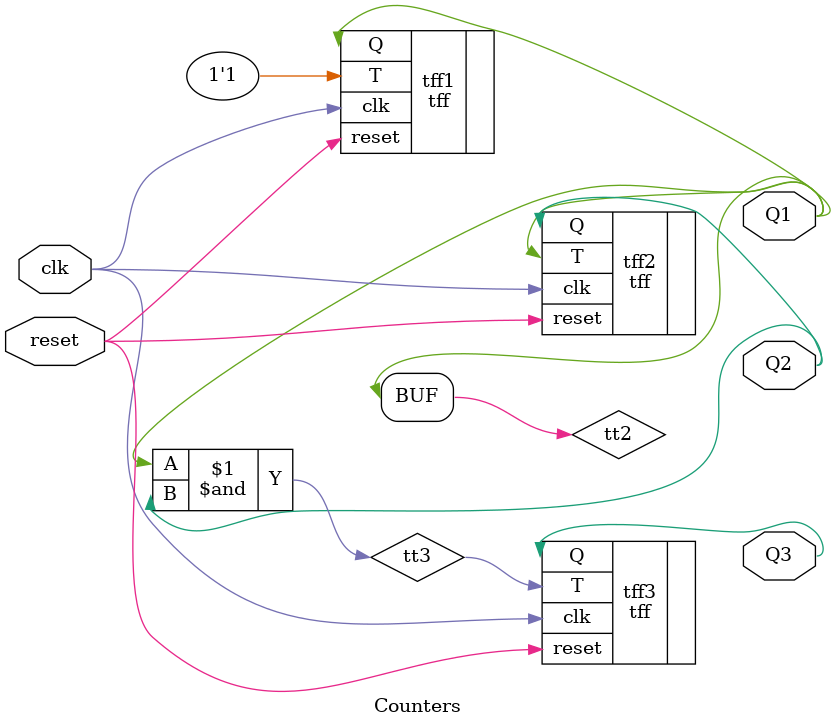
<source format=v>
module Counters(input clk, input reset, output Q1, Q2, Q3);
	wire tt2, tt3;

	tff tff1(.clk(clk), .T(1'b1), .reset(reset), .Q(Q1));
	assign tt2 = Q1;
	tff tff2(.clk(clk), .T(tt2), .reset(reset), .Q(Q2));
	assign tt3 = Q1 & Q2;
	tff tff3(.clk(clk), .T(tt3), .reset(reset), .Q(Q3));
endmodule
</source>
